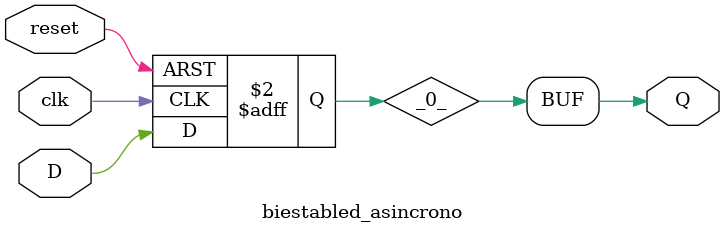
<source format=v>
/* Generated by Yosys 0.51+101 (git sha1 314842d2a, g++ 14.2.1 -fPIC -O3) */

module biestabled_asincrono(D, clk, reset, Q);
  reg _0_;
  input D;
  wire D;
  output Q;
  wire Q;
  input clk;
  wire clk;
  input reset;
  wire reset;
  always @(posedge clk, posedge reset)
    if (reset) _0_ <= 1'h0;
    else _0_ <= D;
  assign Q = _0_;
endmodule

</source>
